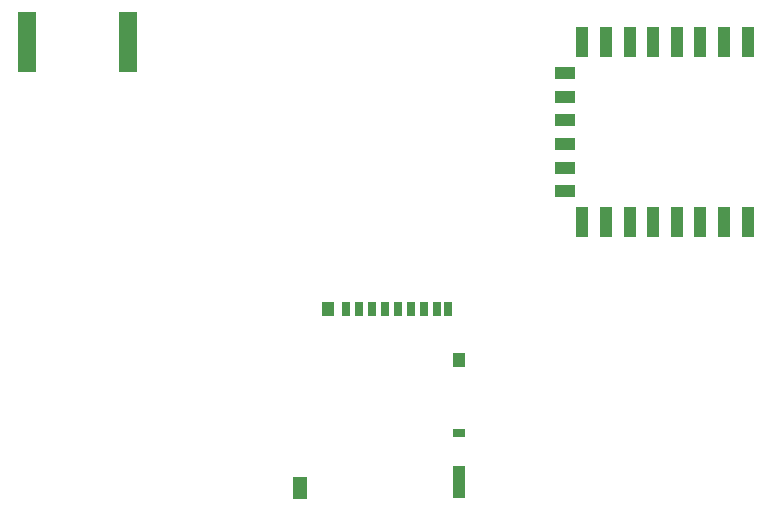
<source format=gbr>
%TF.GenerationSoftware,KiCad,Pcbnew,7.0.10-7.0.10~ubuntu22.04.1*%
%TF.CreationDate,2024-03-26T22:08:59+01:00*%
%TF.ProjectId,hackbat,6861636b-6261-4742-9e6b-696361645f70,rev?*%
%TF.SameCoordinates,Original*%
%TF.FileFunction,Paste,Bot*%
%TF.FilePolarity,Positive*%
%FSLAX46Y46*%
G04 Gerber Fmt 4.6, Leading zero omitted, Abs format (unit mm)*
G04 Created by KiCad (PCBNEW 7.0.10-7.0.10~ubuntu22.04.1) date 2024-03-26 22:08:59*
%MOMM*%
%LPD*%
G01*
G04 APERTURE LIST*
%ADD10R,1.500000X5.080000*%
%ADD11R,0.700000X1.200000*%
%ADD12R,1.000000X0.800000*%
%ADD13R,1.000000X2.800000*%
%ADD14R,1.000000X1.200000*%
%ADD15R,1.300000X1.900000*%
%ADD16R,1.000000X2.500000*%
%ADD17R,1.800000X1.000000*%
G04 APERTURE END LIST*
D10*
%TO.C,J1*%
X122750000Y-62962500D03*
X131250000Y-62962500D03*
%TD*%
D11*
%TO.C,J4*%
X149725000Y-85600000D03*
X150825000Y-85600000D03*
X151925000Y-85600000D03*
X153025000Y-85600000D03*
X154125000Y-85600000D03*
X155225000Y-85600000D03*
X156325000Y-85600000D03*
X157425000Y-85600000D03*
X158375000Y-85600000D03*
D12*
X159325000Y-96100000D03*
D13*
X159325000Y-100250000D03*
D14*
X159325000Y-89900000D03*
X148175000Y-85600000D03*
D15*
X145825000Y-100700000D03*
%TD*%
D16*
%TO.C,U4*%
X183750000Y-78200000D03*
X181750000Y-78200000D03*
X179750000Y-78200000D03*
X177750000Y-78200000D03*
X175750000Y-78200000D03*
X173750000Y-78200000D03*
X171750000Y-78200000D03*
X169750000Y-78200000D03*
D17*
X168250000Y-75600000D03*
X168250000Y-73600000D03*
X168250000Y-71600000D03*
X168250000Y-69600000D03*
X168250000Y-67600000D03*
X168250000Y-65600000D03*
D16*
X169750000Y-63000000D03*
X171750000Y-63000000D03*
X173750000Y-63000000D03*
X175750000Y-63000000D03*
X177750000Y-63000000D03*
X179750000Y-63000000D03*
X181750000Y-63000000D03*
X183750000Y-63000000D03*
%TD*%
M02*

</source>
